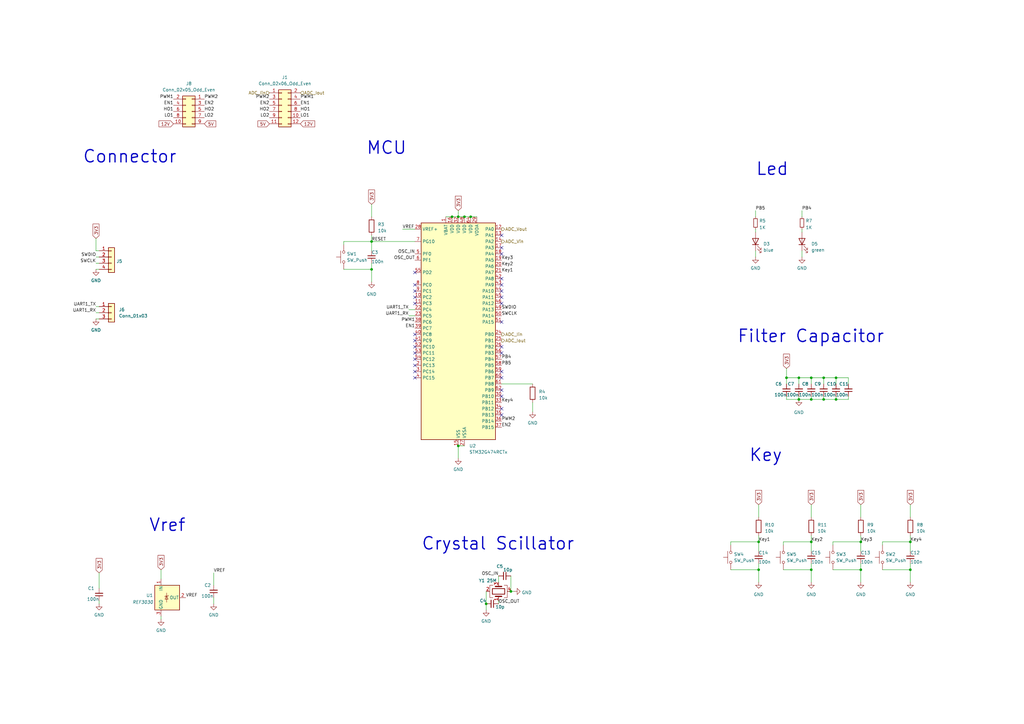
<source format=kicad_sch>
(kicad_sch (version 20231120) (generator "eeschema") (generator_version "8.0")
  (paper "A3")
  (lib_symbols
    (symbol "Connector_Generic:Conn_01x03" (pin_names (offset 1.016) hide)
      (property "Reference" "J" (at 0 5.08 0))
      (property "Value" "Conn_01x03" (at 0 -5.08 0))
      (symbol "Conn_01x03_1_1"
        (rectangle (start -1.27 -2.413) (end 0 -2.667) (stroke (width 0.1524)))
        (rectangle (start -1.27 0.127) (end 0 -0.127) (stroke (width 0.1524)))
        (rectangle (start -1.27 2.667) (end 0 2.413) (stroke (width 0.1524)))
        (rectangle (start -1.27 3.81) (end 1.27 -3.81) (stroke (width 0.254)) (fill (type background)))
        (pin passive line (at -5.08 2.54 0) (length 3.81) (name "Pin_1") (number "1"))
        (pin passive line (at -5.08 0 0) (length 3.81) (name "Pin_2") (number "2"))
        (pin passive line (at -5.08 -2.54 0) (length 3.81) (name "Pin_3") (number "3"))
      )
    )
    (symbol "Connector_Generic:Conn_01x04" (pin_names (offset 1.016) hide)
      (property "Reference" "J" (at 0 5.08 0))
      (property "Value" "Conn_01x04" (at 0 -7.62 0))
      (symbol "Conn_01x04_1_1"
        (rectangle (start -1.27 -4.953) (end 0 -5.207) (stroke (width 0.1524)))
        (rectangle (start -1.27 -2.413) (end 0 -2.667) (stroke (width 0.1524)))
        (rectangle (start -1.27 0.127) (end 0 -0.127) (stroke (width 0.1524)))
        (rectangle (start -1.27 2.667) (end 0 2.413) (stroke (width 0.1524)))
        (rectangle (start -1.27 3.81) (end 1.27 -6.35) (stroke (width 0.254)) (fill (type background)))
        (pin passive line (at -5.08 2.54 0) (length 3.81) (name "Pin_1") (number "1"))
        (pin passive line (at -5.08 0 0) (length 3.81) (name "Pin_2") (number "2"))
        (pin passive line (at -5.08 -2.54 0) (length 3.81) (name "Pin_3") (number "3"))
        (pin passive line (at -5.08 -5.08 0) (length 3.81) (name "Pin_4") (number "4"))
      )
    )
    (symbol "Connector_Generic:Conn_02x05_Odd_Even" (pin_names (offset 1.016) hide)
      (property "Reference" "J" (at 1.27 7.62 0))
      (property "Value" "Conn_02x05_Odd_Even" (at 1.27 -7.62 0))
      (symbol "Conn_02x05_Odd_Even_1_1"
        (rectangle (start -1.27 -4.953) (end 0 -5.207) (stroke (width 0.1524)))
        (rectangle (start -1.27 -2.413) (end 0 -2.667) (stroke (width 0.1524)))
        (rectangle (start -1.27 0.127) (end 0 -0.127) (stroke (width 0.1524)))
        (rectangle (start -1.27 2.667) (end 0 2.413) (stroke (width 0.1524)))
        (rectangle (start -1.27 5.207) (end 0 4.953) (stroke (width 0.1524)))
        (rectangle (start -1.27 6.35) (end 3.81 -6.35) (stroke (width 0.254)) (fill (type background)))
        (rectangle (start 3.81 -4.953) (end 2.54 -5.207) (stroke (width 0.1524)))
        (rectangle (start 3.81 -2.413) (end 2.54 -2.667) (stroke (width 0.1524)))
        (rectangle (start 3.81 0.127) (end 2.54 -0.127) (stroke (width 0.1524)))
        (rectangle (start 3.81 2.667) (end 2.54 2.413) (stroke (width 0.1524)))
        (rectangle (start 3.81 5.207) (end 2.54 4.953) (stroke (width 0.1524)))
        (pin passive line (at -5.08 5.08 0) (length 3.81) (name "Pin_1") (number "1"))
        (pin passive line (at 7.62 -5.08 180) (length 3.81) (name "Pin_10") (number "10"))
        (pin passive line (at 7.62 5.08 180) (length 3.81) (name "Pin_2") (number "2"))
        (pin passive line (at -5.08 2.54 0) (length 3.81) (name "Pin_3") (number "3"))
        (pin passive line (at 7.62 2.54 180) (length 3.81) (name "Pin_4") (number "4"))
        (pin passive line (at -5.08 0 0) (length 3.81) (name "Pin_5") (number "5"))
        (pin passive line (at 7.62 0 180) (length 3.81) (name "Pin_6") (number "6"))
        (pin passive line (at -5.08 -2.54 0) (length 3.81) (name "Pin_7") (number "7"))
        (pin passive line (at 7.62 -2.54 180) (length 3.81) (name "Pin_8") (number "8"))
        (pin passive line (at -5.08 -5.08 0) (length 3.81) (name "Pin_9") (number "9"))
      )
    )
    (symbol "Connector_Generic:Conn_02x06_Odd_Even" (pin_names (offset 1.016) hide)
      (property "Reference" "J" (at 1.27 7.62 0))
      (property "Value" "Conn_02x06_Odd_Even" (at 1.27 -10.16 0))
      (symbol "Conn_02x06_Odd_Even_1_1"
        (rectangle (start -1.27 -7.493) (end 0 -7.747) (stroke (width 0.1524)))
        (rectangle (start -1.27 -4.953) (end 0 -5.207) (stroke (width 0.1524)))
        (rectangle (start -1.27 -2.413) (end 0 -2.667) (stroke (width 0.1524)))
        (rectangle (start -1.27 0.127) (end 0 -0.127) (stroke (width 0.1524)))
        (rectangle (start -1.27 2.667) (end 0 2.413) (stroke (width 0.1524)))
        (rectangle (start -1.27 5.207) (end 0 4.953) (stroke (width 0.1524)))
        (rectangle (start -1.27 6.35) (end 3.81 -8.89) (stroke (width 0.254)) (fill (type background)))
        (rectangle (start 3.81 -7.493) (end 2.54 -7.747) (stroke (width 0.1524)))
        (rectangle (start 3.81 -4.953) (end 2.54 -5.207) (stroke (width 0.1524)))
        (rectangle (start 3.81 -2.413) (end 2.54 -2.667) (stroke (width 0.1524)))
        (rectangle (start 3.81 0.127) (end 2.54 -0.127) (stroke (width 0.1524)))
        (rectangle (start 3.81 2.667) (end 2.54 2.413) (stroke (width 0.1524)))
        (rectangle (start 3.81 5.207) (end 2.54 4.953) (stroke (width 0.1524)))
        (pin passive line (at -5.08 5.08 0) (length 3.81) (name "Pin_1") (number "1"))
        (pin passive line (at 7.62 -5.08 180) (length 3.81) (name "Pin_10") (number "10"))
        (pin passive line (at -5.08 -7.62 0) (length 3.81) (name "Pin_11") (number "11"))
        (pin passive line (at 7.62 -7.62 180) (length 3.81) (name "Pin_12") (number "12"))
        (pin passive line (at 7.62 5.08 180) (length 3.81) (name "Pin_2") (number "2"))
        (pin passive line (at -5.08 2.54 0) (length 3.81) (name "Pin_3") (number "3"))
        (pin passive line (at 7.62 2.54 180) (length 3.81) (name "Pin_4") (number "4"))
        (pin passive line (at -5.08 0 0) (length 3.81) (name "Pin_5") (number "5"))
        (pin passive line (at 7.62 0 180) (length 3.81) (name "Pin_6") (number "6"))
        (pin passive line (at -5.08 -2.54 0) (length 3.81) (name "Pin_7") (number "7"))
        (pin passive line (at 7.62 -2.54 180) (length 3.81) (name "Pin_8") (number "8"))
        (pin passive line (at -5.08 -5.08 0) (length 3.81) (name "Pin_9") (number "9"))
      )
    )
    (symbol "Device:C_Small" (pin_numbers hide) (pin_names (offset 0.254) hide)
      (property "Reference" "C" (at 0.254 1.778 0))
      (property "Value" "C_Small" (at 0.254 -2.032 0))
      (symbol "C_Small_0_1"
        (polyline (pts (xy -1.524 -0.508) (xy 1.524 -0.508)) (stroke (width 0.3302)))
        (polyline (pts (xy -1.524 0.508) (xy 1.524 0.508)) (stroke (width 0.3048)))
      )
      (symbol "C_Small_1_1"
        (pin passive line (at 0 2.54 270) (length 2.032) (name "~") (number "1"))
        (pin passive line (at 0 -2.54 90) (length 2.032) (name "~") (number "2"))
      )
    )
    (symbol "Device:Crystal_GND24" (pin_names (offset 1.016) hide)
      (property "Reference" "Y" (at 3.175 5.08 0))
      (property "Value" "Crystal_GND24" (at 3.175 3.175 0))
      (symbol "Crystal_GND24_0_1"
        (rectangle (start -1.143 2.54) (end 1.143 -2.54) (stroke (width 0.3048)))
        (polyline (pts (xy -2.54 0) (xy -2.032 0)))
        (polyline (pts (xy -2.032 -1.27) (xy -2.032 1.27)) (stroke (width 0.508)))
        (polyline (pts (xy 0 -3.81) (xy 0 -3.556)))
        (polyline (pts (xy 0 3.556) (xy 0 3.81)))
        (polyline (pts (xy 2.032 -1.27) (xy 2.032 1.27)) (stroke (width 0.508)))
        (polyline (pts (xy 2.032 0) (xy 2.54 0)))
        (polyline (pts (xy -2.54 -2.286) (xy -2.54 -3.556) (xy 2.54 -3.556) (xy 2.54 -2.286)))
        (polyline (pts (xy -2.54 2.286) (xy -2.54 3.556) (xy 2.54 3.556) (xy 2.54 2.286)))
      )
      (symbol "Crystal_GND24_1_1"
        (pin passive line (at -3.81 0 0) (length 1.27) (name "1") (number "1"))
        (pin passive line (at 0 5.08 270) (length 1.27) (name "2") (number "2"))
        (pin passive line (at 3.81 0 180) (length 1.27) (name "3") (number "3"))
        (pin passive line (at 0 -5.08 90) (length 1.27) (name "4") (number "4"))
      )
    )
    (symbol "Device:LED" (pin_numbers hide) (pin_names (offset 1.016) hide)
      (property "Reference" "D" (at 0 2.54 0))
      (property "Value" "LED" (at 0 -2.54 0))
      (symbol "LED_0_1"
        (polyline (pts (xy -1.27 -1.27) (xy -1.27 1.27)) (stroke (width 0.254)))
        (polyline (pts (xy -1.27 0) (xy 1.27 0)))
        (polyline (pts (xy 1.27 -1.27) (xy 1.27 1.27) (xy -1.27 0) (xy 1.27 -1.27)) (stroke (width 0.254)))
        (polyline (pts (xy -3.048 -0.762) (xy -4.572 -2.286) (xy -3.81 -2.286) (xy -4.572 -2.286) (xy -4.572 -1.524)))
        (polyline (pts (xy -1.778 -0.762) (xy -3.302 -2.286) (xy -2.54 -2.286) (xy -3.302 -2.286) (xy -3.302 -1.524)))
      )
      (symbol "LED_1_1"
        (pin passive line (at -3.81 0 0) (length 2.54) (name "K") (number "1"))
        (pin passive line (at 3.81 0 180) (length 2.54) (name "A") (number "2"))
      )
    )
    (symbol "Device:R" (pin_numbers hide) (pin_names (offset 0))
      (property "Reference" "R" (at 2.032 0 90))
      (property "Value" "R" (at 0 0 90))
      (symbol "R_0_1"
        (rectangle (start -1.016 -2.54) (end 1.016 2.54) (stroke (width 0.254)))
      )
      (symbol "R_1_1"
        (pin passive line (at 0 3.81 270) (length 1.27) (name "~") (number "1"))
        (pin passive line (at 0 -3.81 90) (length 1.27) (name "~") (number "2"))
      )
    )
    (symbol "Device:R_Small" (pin_numbers hide) (pin_names (offset 0.254) hide)
      (property "Reference" "R" (at 0.762 0.508 0))
      (property "Value" "R_Small" (at 0.762 -1.016 0))
      (symbol "R_Small_0_1"
        (rectangle (start -0.762 1.778) (end 0.762 -1.778) (stroke (width 0.2032)))
      )
      (symbol "R_Small_1_1"
        (pin passive line (at 0 2.54 270) (length 0.762) (name "~") (number "1"))
        (pin passive line (at 0 -2.54 90) (length 0.762) (name "~") (number "2"))
      )
    )
    (symbol "MCU_ST_STM32G4:STM32G474RCTx"
      (property "Reference" "U" (at -15.24 46.99 0))
      (property "Value" "STM32G474RCTx" (at 10.16 46.99 0))
      (symbol "STM32G474RCTx_0_1"
        (rectangle (start -15.24 -43.18) (end 15.24 45.72) (stroke (width 0.254)) (fill (type background)))
      )
      (symbol "STM32G474RCTx_1_1"
        (pin power_in line (at -5.08 48.26 270) (length 2.54) (name "VBAT") (number "1"))
        (pin bidirectional line (at -17.78 15.24 0) (length 2.54) (name "PC2") (number "10"))
        (pin bidirectional line (at -17.78 12.7 0) (length 2.54) (name "PC3") (number "11"))
        (pin bidirectional line (at 17.78 43.18 180) (length 2.54) (name "PA0") (number "12"))
        (pin bidirectional line (at 17.78 40.64 180) (length 2.54) (name "PA1") (number "13"))
        (pin bidirectional line (at 17.78 38.1 180) (length 2.54) (name "PA2") (number "14"))
        (pin power_in line (at 0 -45.72 90) (length 2.54) (name "VSS") (number "15"))
        (pin power_in line (at -2.54 48.26 270) (length 2.54) (name "VDD") (number "16"))
        (pin bidirectional line (at 17.78 35.56 180) (length 2.54) (name "PA3") (number "17"))
        (pin bidirectional line (at 17.78 33.02 180) (length 2.54) (name "PA4") (number "18"))
        (pin bidirectional line (at 17.78 30.48 180) (length 2.54) (name "PA5") (number "19"))
        (pin bidirectional line (at -17.78 -12.7 0) (length 2.54) (name "PC13") (number "2"))
        (pin bidirectional line (at 17.78 27.94 180) (length 2.54) (name "PA6") (number "20"))
        (pin bidirectional line (at 17.78 25.4 180) (length 2.54) (name "PA7") (number "21"))
        (pin bidirectional line (at -17.78 10.16 0) (length 2.54) (name "PC4") (number "22"))
        (pin bidirectional line (at -17.78 7.62 0) (length 2.54) (name "PC5") (number "23"))
        (pin bidirectional line (at 17.78 0 180) (length 2.54) (name "PB0") (number "24"))
        (pin bidirectional line (at 17.78 -2.54 180) (length 2.54) (name "PB1") (number "25"))
        (pin bidirectional line (at 17.78 -5.08 180) (length 2.54) (name "PB2") (number "26"))
        (pin power_in line (at 2.54 -45.72 90) (length 2.54) (name "VSSA") (number "27"))
        (pin input line (at -17.78 43.18 0) (length 2.54) (name "VREF+") (number "28"))
        (pin power_in line (at 7.62 48.26 270) (length 2.54) (name "VDDA") (number "29"))
        (pin bidirectional line (at -17.78 -15.24 0) (length 2.54) (name "PC14") (number "3"))
        (pin bidirectional line (at 17.78 -25.4 180) (length 2.54) (name "PB10") (number "30"))
        (pin passive line (at 0 -45.72 90) (length 2.54) hide (name "VSS") (number "31"))
        (pin power_in line (at 0 48.26 270) (length 2.54) (name "VDD") (number "32"))
        (pin bidirectional line (at 17.78 -27.94 180) (length 2.54) (name "PB11") (number "33"))
        (pin bidirectional line (at 17.78 -30.48 180) (length 2.54) (name "PB12") (number "34"))
        (pin bidirectional line (at 17.78 -33.02 180) (length 2.54) (name "PB13") (number "35"))
        (pin bidirectional line (at 17.78 -35.56 180) (length 2.54) (name "PB14") (number "36"))
        (pin bidirectional line (at 17.78 -38.1 180) (length 2.54) (name "PB15") (number "37"))
        (pin bidirectional line (at -17.78 5.08 0) (length 2.54) (name "PC6") (number "38"))
        (pin bidirectional line (at -17.78 2.54 0) (length 2.54) (name "PC7") (number "39"))
        (pin bidirectional line (at -17.78 -17.78 0) (length 2.54) (name "PC15") (number "4"))
        (pin bidirectional line (at -17.78 0 0) (length 2.54) (name "PC8") (number "40"))
        (pin bidirectional line (at -17.78 -2.54 0) (length 2.54) (name "PC9") (number "41"))
        (pin bidirectional line (at 17.78 22.86 180) (length 2.54) (name "PA8") (number "42"))
        (pin bidirectional line (at 17.78 20.32 180) (length 2.54) (name "PA9") (number "43"))
        (pin bidirectional line (at 17.78 17.78 180) (length 2.54) (name "PA10") (number "44"))
        (pin bidirectional line (at 17.78 15.24 180) (length 2.54) (name "PA11") (number "45"))
        (pin bidirectional line (at 17.78 12.7 180) (length 2.54) (name "PA12") (number "46"))
        (pin passive line (at 0 -45.72 90) (length 2.54) hide (name "VSS") (number "47"))
        (pin power_in line (at 2.54 48.26 270) (length 2.54) (name "VDD") (number "48"))
        (pin bidirectional line (at 17.78 10.16 180) (length 2.54) (name "PA13") (number "49"))
        (pin bidirectional line (at -17.78 33.02 0) (length 2.54) (name "PF0") (number "5"))
        (pin bidirectional line (at 17.78 7.62 180) (length 2.54) (name "PA14") (number "50"))
        (pin bidirectional line (at 17.78 5.08 180) (length 2.54) (name "PA15") (number "51"))
        (pin bidirectional line (at -17.78 -5.08 0) (length 2.54) (name "PC10") (number "52"))
        (pin bidirectional line (at -17.78 -7.62 0) (length 2.54) (name "PC11") (number "53"))
        (pin bidirectional line (at -17.78 -10.16 0) (length 2.54) (name "PC12") (number "54"))
        (pin bidirectional line (at -17.78 25.4 0) (length 2.54) (name "PD2") (number "55"))
        (pin bidirectional line (at 17.78 -7.62 180) (length 2.54) (name "PB3") (number "56"))
        (pin bidirectional line (at 17.78 -10.16 180) (length 2.54) (name "PB4") (number "57"))
        (pin bidirectional line (at 17.78 -12.7 180) (length 2.54) (name "PB5") (number "58"))
        (pin bidirectional line (at 17.78 -15.24 180) (length 2.54) (name "PB6") (number "59"))
        (pin bidirectional line (at -17.78 30.48 0) (length 2.54) (name "PF1") (number "6"))
        (pin bidirectional line (at 17.78 -17.78 180) (length 2.54) (name "PB7") (number "60"))
        (pin bidirectional line (at 17.78 -20.32 180) (length 2.54) (name "PB8") (number "61"))
        (pin bidirectional line (at 17.78 -22.86 180) (length 2.54) (name "PB9") (number "62"))
        (pin passive line (at 0 -45.72 90) (length 2.54) hide (name "VSS") (number "63"))
        (pin power_in line (at 5.08 48.26 270) (length 2.54) (name "VDD") (number "64"))
        (pin bidirectional line (at -17.78 38.1 0) (length 2.54) (name "PG10") (number "7"))
        (pin bidirectional line (at -17.78 20.32 0) (length 2.54) (name "PC0") (number "8"))
        (pin bidirectional line (at -17.78 17.78 0) (length 2.54) (name "PC1") (number "9"))
      )
    )
    (symbol "Power:GND" (power) (pin_names (offset 0))
      (property "Value" "GND" (at 0 -3.81 0))
      (symbol "GND_0_1"
        (polyline (pts (xy 0 0) (xy 0 -1.27) (xy 1.27 -1.27) (xy 0 -2.54) (xy -1.27 -1.27) (xy 0 -1.27)))
      )
      (symbol "GND_1_1"
        (pin power_in line (at 0 0 270) (length 0) hide (name "GND") (number "1"))
      )
    )
    (symbol "Reference_Voltage:REF3030" (pin_names (offset 0.254))
      (property "Reference" "U" (at 0 6.35 0))
      (property "Value" "REF3030" (at 2.54 -6.35 0))
      (symbol "REF3030_0_1"
        (rectangle (start -5.08 5.08) (end 5.08 -5.08) (stroke (width 0.254)) (fill (type background)))
        (polyline (pts (xy -0.254 1.905) (xy -0.254 -1.905)))
        (polyline (pts (xy -0.889 -0.635) (xy 0.381 -0.635) (xy -0.254 0.635) (xy -0.889 -0.635)))
        (polyline (pts (xy 0.381 1.016) (xy 0.381 0.635) (xy -0.889 0.635) (xy -0.889 0.254)))
      )
      (symbol "REF3030_1_1"
        (pin power_in line (at -2.54 7.62 270) (length 2.54) (name "IN") (number "1"))
        (pin power_out line (at 7.62 0 180) (length 2.54) (name "OUT") (number "2"))
        (pin power_in line (at -2.54 -7.62 90) (length 2.54) (name "GND") (number "3"))
      )
    )
    (symbol "Switch:SW_Push" (pin_numbers hide) (pin_names (offset 1.016) hide)
      (property "Reference" "SW" (at 1.27 2.54 0))
      (property "Value" "SW_Push" (at 0 -1.524 0))
      (symbol "SW_Push_0_1"
        (circle (center -2.032 0) (radius 0.508))
        (polyline (pts (xy 0 1.27) (xy 0 3.048)))
        (polyline (pts (xy 2.54 1.27) (xy -2.54 1.27)))
        (circle (center 2.032 0) (radius 0.508))
        (pin passive line (at -5.08 0 0) (length 2.54) (name "1") (number "1"))
        (pin passive line (at 5.08 0 180) (length 2.54) (name "2") (number "2"))
      )
    )
    (symbol "power:GND" (power) (pin_names (offset 0))
      (property "Value" "GND" (at 0 -3.81 0))
      (symbol "GND_0_1"
        (polyline (pts (xy 0 0) (xy 0 -1.27) (xy 1.27 -1.27) (xy 0 -2.54) (xy -1.27 -1.27) (xy 0 -1.27)))
      )
      (symbol "GND_1_1"
        (pin power_in line (at 0 0 270) (length 0) hide (name "GND") (number "1"))
      )
    )
  )
  (junction (at 199.39 247.65))
  (junction (at 322.58 154.94))
  (junction (at 185.42 88.9))
  (junction (at 311.15 222.25))
  (junction (at 342.9 163.83))
  (junction (at 152.4 110.49))
  (junction (at 327.66 163.83))
  (junction (at 353.06 222.25))
  (junction (at 373.38 233.68))
  (junction (at 187.96 182.88))
  (junction (at 332.74 233.68))
  (junction (at 190.5 88.9))
  (junction (at 353.06 233.68))
  (junction (at 332.74 154.94))
  (junction (at 337.82 154.94))
  (junction (at 327.66 154.94))
  (junction (at 311.15 233.68))
  (junction (at 332.74 222.25))
  (junction (at 337.82 163.83))
  (junction (at 187.96 88.9))
  (junction (at 373.38 222.25))
  (junction (at 342.9 154.94))
  (junction (at 332.74 163.83))
  (junction (at 152.4 99.06))
  (junction (at 209.55 242.57))
  (junction (at 193.04 88.9))
  (no_connect (at 205.74 132.08))
  (no_connect (at 205.74 96.52))
  (no_connect (at 170.18 124.46))
  (no_connect (at 205.74 101.6))
  (no_connect (at 170.18 147.32))
  (no_connect (at 205.74 104.14))
  (no_connect (at 170.18 116.84))
  (no_connect (at 170.18 144.78))
  (no_connect (at 170.18 111.76))
  (no_connect (at 205.74 119.38))
  (no_connect (at 205.74 154.94))
  (no_connect (at 170.18 119.38))
  (no_connect (at 205.74 160.02))
  (no_connect (at 170.18 149.86))
  (no_connect (at 205.74 121.92))
  (no_connect (at 205.74 116.84))
  (no_connect (at 170.18 154.94))
  (no_connect (at 170.18 139.7))
  (no_connect (at 205.74 167.64))
  (no_connect (at 170.18 137.16))
  (no_connect (at 205.74 144.78))
  (no_connect (at 205.74 162.56))
  (no_connect (at 205.74 152.4))
  (no_connect (at 170.18 152.4))
  (no_connect (at 205.74 170.18))
  (no_connect (at 205.74 124.46))
  (no_connect (at 170.18 142.24))
  (no_connect (at 205.74 142.24))
  (no_connect (at 170.18 121.92))
  (no_connect (at 205.74 114.3))
  (wire (pts (xy 373.38 231.14) (xy 373.38 233.68)))
  (wire (pts (xy 39.37 130.81) (xy 40.64 130.81)))
  (wire (pts (xy 199.39 242.57) (xy 199.39 247.65)))
  (wire (pts (xy 66.04 233.68) (xy 66.04 237.49)))
  (wire (pts (xy 39.37 97.79) (xy 39.37 102.87)))
  (wire (pts (xy 353.06 219.71) (xy 353.06 222.25)))
  (wire (pts (xy 361.95 233.68) (xy 373.38 233.68)))
  (wire (pts (xy 353.06 222.25) (xy 353.06 226.06)))
  (wire (pts (xy 332.74 207.01) (xy 332.74 212.09)))
  (wire (pts (xy 327.66 154.94) (xy 327.66 157.48)))
  (wire (pts (xy 190.5 182.88) (xy 187.96 182.88)))
  (wire (pts (xy 140.97 110.49) (xy 152.4 110.49)))
  (wire (pts (xy 327.66 163.83) (xy 332.74 163.83)))
  (wire (pts (xy 204.47 236.22) (xy 204.47 238.76)))
  (wire (pts (xy 39.37 107.95) (xy 40.64 107.95)))
  (wire (pts (xy 152.4 110.49) (xy 152.4 115.57)))
  (wire (pts (xy 299.72 222.25) (xy 311.15 222.25)))
  (wire (pts (xy 152.4 99.06) (xy 170.18 99.06)))
  (wire (pts (xy 152.4 83.82) (xy 152.4 88.9)))
  (wire (pts (xy 347.98 162.56) (xy 347.98 163.83)))
  (wire (pts (xy 353.06 233.68) (xy 353.06 238.76)))
  (wire (pts (xy 353.06 207.01) (xy 353.06 212.09)))
  (wire (pts (xy 341.63 222.25) (xy 353.06 222.25)))
  (wire (pts (xy 40.64 246.38) (xy 40.64 247.65)))
  (wire (pts (xy 299.72 223.52) (xy 299.72 222.25)))
  (wire (pts (xy 321.31 222.25) (xy 332.74 222.25)))
  (wire (pts (xy 311.15 207.01) (xy 311.15 212.09)))
  (wire (pts (xy 328.93 93.98) (xy 328.93 95.25)))
  (wire (pts (xy 327.66 154.94) (xy 332.74 154.94)))
  (wire (pts (xy 204.47 246.38) (xy 204.47 247.65)))
  (wire (pts (xy 322.58 151.13) (xy 322.58 154.94)))
  (wire (pts (xy 190.5 88.9) (xy 193.04 88.9)))
  (wire (pts (xy 332.74 231.14) (xy 332.74 233.68)))
  (wire (pts (xy 167.64 127) (xy 170.18 127)))
  (wire (pts (xy 87.63 234.95) (xy 87.63 240.03)))
  (wire (pts (xy 187.96 86.36) (xy 187.96 88.9)))
  (wire (pts (xy 165.1 93.98) (xy 170.18 93.98)))
  (wire (pts (xy 209.55 236.22) (xy 209.55 242.57)))
  (wire (pts (xy 342.9 162.56) (xy 342.9 163.83)))
  (wire (pts (xy 182.88 88.9) (xy 185.42 88.9)))
  (wire (pts (xy 311.15 231.14) (xy 311.15 233.68)))
  (wire (pts (xy 205.74 157.48) (xy 218.44 157.48)))
  (wire (pts (xy 373.38 219.71) (xy 373.38 222.25)))
  (wire (pts (xy 39.37 105.41) (xy 40.64 105.41)))
  (wire (pts (xy 39.37 102.87) (xy 40.64 102.87)))
  (wire (pts (xy 152.4 107.95) (xy 152.4 110.49)))
  (wire (pts (xy 327.66 162.56) (xy 327.66 163.83)))
  (wire (pts (xy 152.4 99.06) (xy 152.4 102.87)))
  (wire (pts (xy 39.37 110.49) (xy 40.64 110.49)))
  (wire (pts (xy 332.74 222.25) (xy 332.74 226.06)))
  (wire (pts (xy 342.9 163.83) (xy 347.98 163.83)))
  (wire (pts (xy 361.95 222.25) (xy 373.38 222.25)))
  (wire (pts (xy 311.15 219.71) (xy 311.15 222.25)))
  (wire (pts (xy 140.97 99.06) (xy 152.4 99.06)))
  (wire (pts (xy 353.06 231.14) (xy 353.06 233.68)))
  (wire (pts (xy 299.72 233.68) (xy 311.15 233.68)))
  (wire (pts (xy 328.93 86.36) (xy 328.93 88.9)))
  (wire (pts (xy 39.37 128.27) (xy 40.64 128.27)))
  (wire (pts (xy 337.82 163.83) (xy 342.9 163.83)))
  (wire (pts (xy 322.58 154.94) (xy 322.58 157.48)))
  (wire (pts (xy 361.95 223.52) (xy 361.95 222.25)))
  (wire (pts (xy 309.88 86.36) (xy 309.88 88.9)))
  (wire (pts (xy 322.58 162.56) (xy 322.58 163.83)))
  (wire (pts (xy 152.4 96.52) (xy 152.4 99.06)))
  (wire (pts (xy 311.15 222.25) (xy 311.15 226.06)))
  (wire (pts (xy 337.82 154.94) (xy 337.82 157.48)))
  (wire (pts (xy 322.58 154.94) (xy 327.66 154.94)))
  (wire (pts (xy 218.44 165.1) (xy 218.44 168.91)))
  (wire (pts (xy 373.38 222.25) (xy 373.38 226.06)))
  (wire (pts (xy 309.88 93.98) (xy 309.88 95.25)))
  (wire (pts (xy 342.9 154.94) (xy 347.98 154.94)))
  (wire (pts (xy 309.88 102.87) (xy 309.88 105.41)))
  (wire (pts (xy 193.04 88.9) (xy 195.58 88.9)))
  (wire (pts (xy 321.31 223.52) (xy 321.31 222.25)))
  (wire (pts (xy 342.9 154.94) (xy 342.9 157.48)))
  (wire (pts (xy 332.74 219.71) (xy 332.74 222.25)))
  (wire (pts (xy 311.15 233.68) (xy 311.15 238.76)))
  (wire (pts (xy 322.58 163.83) (xy 327.66 163.83)))
  (wire (pts (xy 187.96 88.9) (xy 190.5 88.9)))
  (wire (pts (xy 167.64 129.54) (xy 170.18 129.54)))
  (wire (pts (xy 332.74 162.56) (xy 332.74 163.83)))
  (wire (pts (xy 332.74 233.68) (xy 332.74 238.76)))
  (wire (pts (xy 199.39 247.65) (xy 199.39 250.19)))
  (wire (pts (xy 337.82 162.56) (xy 337.82 163.83)))
  (wire (pts (xy 332.74 163.83) (xy 337.82 163.83)))
  (wire (pts (xy 40.64 234.95) (xy 40.64 241.3)))
  (wire (pts (xy 337.82 154.94) (xy 342.9 154.94)))
  (wire (pts (xy 66.04 252.73) (xy 66.04 254)))
  (wire (pts (xy 341.63 233.68) (xy 353.06 233.68)))
  (wire (pts (xy 373.38 207.01) (xy 373.38 212.09)))
  (wire (pts (xy 321.31 233.68) (xy 332.74 233.68)))
  (wire (pts (xy 328.93 102.87) (xy 328.93 105.41)))
  (wire (pts (xy 87.63 245.11) (xy 87.63 247.65)))
  (wire (pts (xy 185.42 88.9) (xy 187.96 88.9)))
  (wire (pts (xy 347.98 154.94) (xy 347.98 157.48)))
  (wire (pts (xy 187.96 182.88) (xy 187.96 187.96)))
  (wire (pts (xy 332.74 154.94) (xy 337.82 154.94)))
  (wire (pts (xy 373.38 233.68) (xy 373.38 238.76)))
  (wire (pts (xy 209.55 242.57) (xy 210.82 242.57)))
  (wire (pts (xy 332.74 154.94) (xy 332.74 157.48)))
  (wire (pts (xy 341.63 223.52) (xy 341.63 222.25)))
  (wire (pts (xy 39.37 125.73) (xy 40.64 125.73)))
  (wire (pts (xy 140.97 100.33) (xy 140.97 99.06)))
  (text "Connector" (at 33.782 67.31 0) (effects (font (size 5.08 5.08) (thickness 0.508) (bold yes)) (justify left bottom)))
  (text "Led" (at 309.88 72.39 0) (effects (font (size 5.08 5.08) (thickness 0.508) (bold yes)) (justify left bottom)))
  (text "Vref\n" (at 60.96 218.44 0) (effects (font (size 5.08 5.08) (thickness 0.508) (bold yes)) (justify left bottom)))
  (text "Crystal Scillator" (at 172.72 226.06 0) (effects (font (size 5.08 5.08) (thickness 0.508) (bold yes)) (justify left bottom)))
  (text "MCU" (at 150.114 63.754 0) (effects (font (size 5.08 5.08) (thickness 0.508) (bold yes)) (justify left bottom)))
  (text "Filter Capacitor" (at 302.26 140.97 0) (effects (font (size 5.08 5.08) (thickness 0.508) (bold yes)) (justify left bottom)))
  (text "Key" (at 307.086 189.738 0) (effects (font (size 5.08 5.08) (thickness 0.508) (bold yes)) (justify left bottom)))
  (label "PWM1" (at 71.12 40.64 180))
  (label "PWM1" (at 123.19 40.64 0))
  (label "HO1" (at 123.19 45.72 0))
  (label "UART1_TX" (at 167.64 127 180))
  (label "Key4" (at 205.74 165.1 0))
  (label "OSC_OUT" (at 204.47 247.65 0))
  (label "VREF" (at 87.63 234.95 0))
  (label "Key4" (at 373.38 222.25 0))
  (label "PB4" (at 328.93 86.36 0))
  (label "EN1" (at 71.12 43.18 180))
  (label "EN2" (at 83.82 43.18 0))
  (label "LO2" (at 83.82 48.26 0))
  (label "PB4" (at 205.74 147.32 0))
  (label "LO1" (at 71.12 48.26 180))
  (label "PWM2" (at 83.82 40.64 0))
  (label "HO1" (at 71.12 45.72 180))
  (label "Key2" (at 205.74 109.22 0))
  (label "Key1" (at 205.74 111.76 0))
  (label "EN1" (at 170.18 134.62 180))
  (label "OSC_OUT" (at 170.18 106.68 180))
  (label "VREF" (at 165.1 93.98 0))
  (label "VREF" (at 76.2 245.11 0))
  (label "PWM2" (at 110.49 40.64 180))
  (label "LO1" (at 123.19 48.26 0))
  (label "PB5" (at 205.74 149.86 0))
  (label "Key3" (at 353.06 222.25 0))
  (label "HO2" (at 110.49 45.72 180))
  (label "SWCLK" (at 205.74 129.54 0))
  (label "UART1_TX" (at 39.37 125.73 180))
  (label "PWM1" (at 170.18 132.08 180))
  (label "SWDIO" (at 205.74 127 0))
  (label "SWDIO" (at 39.37 105.41 180))
  (label "Key2" (at 332.74 222.25 0))
  (label "PWM2" (at 205.74 172.72 0))
  (label "OSC_IN" (at 204.47 236.22 180))
  (label "PB5" (at 309.88 86.36 0))
  (label "EN2" (at 205.74 175.26 0))
  (label "Key3" (at 205.74 106.68 0))
  (label "LO2" (at 110.49 48.26 180))
  (label "UART1_RX" (at 167.64 129.54 180))
  (label "SWCLK" (at 39.37 107.95 180))
  (label "Key1" (at 311.15 222.25 0))
  (label "EN2" (at 110.49 43.18 180))
  (label "RESET" (at 152.4 99.06 0))
  (label "EN1" (at 123.19 43.18 0))
  (label "HO2" (at 83.82 45.72 0))
  (label "OSC_IN" (at 170.18 104.14 180))
  (label "UART1_RX" (at 39.37 128.27 180))
  (global_label "12V" (shape input) (at 71.12 50.8 180) (property "Intersheetrefs" "${INTERSHEET_REFS}" (effects (hide yes))))
  (global_label "3V3" (shape input) (at 373.38 207.01 90) (property "Intersheetrefs" "${INTERSHEET_REFS}" (effects (hide yes))))
  (global_label "3V3" (shape input) (at 332.74 207.01 90) (property "Intersheetrefs" "${INTERSHEET_REFS}" (effects (hide yes))))
  (global_label "3V3" (shape input) (at 152.4 83.82 90) (property "Intersheetrefs" "${INTERSHEET_REFS}" (effects (hide yes))))
  (global_label "3V3" (shape input) (at 353.06 207.01 90) (property "Intersheetrefs" "${INTERSHEET_REFS}" (effects (hide yes))))
  (global_label "3V3" (shape input) (at 66.04 233.68 90) (property "Intersheetrefs" "${INTERSHEET_REFS}" (effects (hide yes))))
  (global_label "3V3" (shape input) (at 322.58 151.13 90) (property "Intersheetrefs" "${INTERSHEET_REFS}" (effects (hide yes))))
  (global_label "3V3" (shape input) (at 311.15 207.01 90) (property "Intersheetrefs" "${INTERSHEET_REFS}" (effects (hide yes))))
  (global_label "3V3" (shape input) (at 187.96 86.36 90) (property "Intersheetrefs" "${INTERSHEET_REFS}" (effects (hide yes))))
  (global_label "5V" (shape input) (at 110.49 50.8 180) (property "Intersheetrefs" "${INTERSHEET_REFS}" (effects (hide yes))))
  (global_label "3V3" (shape input) (at 39.37 97.79 90) (property "Intersheetrefs" "${INTERSHEET_REFS}" (effects (hide yes))))
  (global_label "5V" (shape input) (at 83.82 50.8 0) (property "Intersheetrefs" "${INTERSHEET_REFS}" (effects (hide yes))))
  (global_label "3V3" (shape input) (at 40.64 234.95 90) (property "Intersheetrefs" "${INTERSHEET_REFS}" (effects (hide yes))))
  (global_label "12V" (shape input) (at 123.19 50.8 0) (property "Intersheetrefs" "${INTERSHEET_REFS}" (effects (hide yes))))
  (hierarchical_label "ADC_Vout" (shape output) (at 205.74 93.98 0))
  (hierarchical_label "ADC_Iin" (shape output) (at 205.74 137.16 0))
  (hierarchical_label "ADC_Iout" (shape output) (at 205.74 139.7 0))
  (hierarchical_label "ADC_Vin" (shape output) (at 205.74 99.06 0))
  (hierarchical_label "ADC_Iin" (shape input) (at 110.49 38.1 180))
  (hierarchical_label "ADC_Iout" (shape input) (at 123.19 38.1 0))
  (symbol (lib_id "Power:GND") (at 353.06 238.76 0) (unit 1)
    (property "Reference" "#PWR013" (effects (hide yes)))
    (property "Value" "GND" (at 353.06 243.84 0))
  )
  (symbol (lib_id "Device:R") (at 353.06 215.9 0) (unit 1)
    (property "Reference" "R9" (at 355.6 215.265 0) (effects (justify left)))
    (property "Value" "10k" (at 355.6 217.805 0) (effects (justify left)))
    (property "Footprint" "Resistor_SMD:R_0603_1608Metric_Pad0.98x0.95mm_HandSolder" (effects (hide yes)))
  )
  (symbol (lib_id "Device:R") (at 332.74 215.9 0) (unit 1)
    (property "Reference" "R11" (at 335.28 215.265 0) (effects (justify left)))
    (property "Value" "10k" (at 335.28 217.805 0) (effects (justify left)))
    (property "Footprint" "Resistor_SMD:R_0603_1608Metric_Pad0.98x0.95mm_HandSolder" (effects (hide yes)))
  )
  (symbol (lib_id "Device:R") (at 373.38 215.9 0) (unit 1)
    (property "Reference" "R8" (at 375.92 215.265 0) (effects (justify left)))
    (property "Value" "10k" (at 375.92 217.805 0) (effects (justify left)))
    (property "Footprint" "Resistor_SMD:R_0603_1608Metric_Pad0.98x0.95mm_HandSolder" (effects (hide yes)))
  )
  (symbol (lib_id "Device:Crystal_GND24") (at 204.47 242.57 90) (unit 1)
    (property "Reference" "Y1" (at 197.612 238.125 90))
    (property "Value" "25M" (at 201.676 238.125 90))
    (property "Footprint" "Crystal:Crystal_SMD_3225-4Pin_3.2x2.5mm" (effects (hide yes)))
  )
  (symbol (lib_id "power:GND") (at 328.93 105.41 0) (unit 1)
    (property "Reference" "#PWR023" (effects (hide yes)))
    (property "Value" "GND" (at 328.93 109.9725 0))
  )
  (symbol (lib_id "Device:R") (at 218.44 161.29 0) (unit 1)
    (property "Reference" "R4" (at 220.98 160.655 0) (effects (justify left)))
    (property "Value" "10k" (at 220.98 163.195 0) (effects (justify left)))
    (property "Footprint" "Resistor_SMD:R_0603_1608Metric_Pad0.98x0.95mm_HandSolder" (effects (hide yes)))
  )
  (symbol (lib_id "Device:R_Small") (at 328.93 91.44 0) (unit 1)
    (property "Reference" "R7" (at 330.4286 90.5315 0) (effects (justify left)))
    (property "Value" "1K" (at 330.4286 93.3066 0) (effects (justify left)))
    (property "Footprint" "Resistor_SMD:R_0603_1608Metric_Pad0.98x0.95mm_HandSolder" (effects (hide yes)))
  )
  (symbol (lib_id "Power:GND") (at 373.38 238.76 0) (unit 1)
    (property "Reference" "#PWR012" (effects (hide yes)))
    (property "Value" "GND" (at 373.38 243.84 0))
  )
  (symbol (lib_id "Switch:SW_Push") (at 321.31 228.6 90) (unit 1)
    (property "Reference" "SW5" (at 322.58 227.3299 90) (effects (justify right)))
    (property "Value" "SW_Push" (at 322.58 229.8699 90) (effects (justify right)))
    (property "Footprint" "BuckBoost:SW-SMD_4P-L4.2-W3.3-P2.15-LS5.1" (effects (hide yes)))
    (property "Description" "Push button switch, generic, two pins" (effects (hide yes)))
  )
  (symbol (lib_id "Device:C_Small") (at 337.82 160.02 0) (mirror x) (unit 1)
    (property "Reference" "C9" (at 334.01 157.48 0) (effects (justify left)))
    (property "Value" "100n" (at 332.74 161.925 0) (effects (justify left)))
    (property "Footprint" "Capacitor_SMD:C_0603_1608Metric_Pad1.08x0.95mm_HandSolder" (effects (hide yes)))
  )
  (symbol (lib_id "Device:C_Small") (at 322.58 160.02 0) (mirror x) (unit 1)
    (property "Reference" "C6" (at 320.675 157.48 0) (effects (justify right)))
    (property "Value" "100n" (at 322.58 161.925 0) (effects (justify right)))
    (property "Footprint" "Capacitor_SMD:C_0603_1608Metric_Pad1.08x0.95mm_HandSolder" (effects (hide yes)))
  )
  (symbol (lib_id "power:GND") (at 40.64 247.65 0) (unit 1)
    (property "Reference" "#PWR06" (effects (hide yes)))
    (property "Value" "GND" (at 40.64 252.2125 0))
  )
  (symbol (lib_id "Device:C_Small") (at 332.74 160.02 0) (mirror x) (unit 1)
    (property "Reference" "C8" (at 328.93 157.48 0) (effects (justify left)))
    (property "Value" "100n" (at 327.66 161.925 0) (effects (justify left)))
    (property "Footprint" "Capacitor_SMD:C_0603_1608Metric_Pad1.08x0.95mm_HandSolder" (effects (hide yes)))
  )
  (symbol (lib_id "Device:LED") (at 328.93 99.06 90) (unit 1)
    (property "Reference" "D5" (at 332.74 100.0125 90) (effects (justify right)))
    (property "Value" "green" (at 332.74 102.5525 90) (effects (justify right)))
    (property "Footprint" "LED_SMD:LED_0603_1608Metric_Pad1.05x0.95mm_HandSolder" (effects (hide yes)))
  )
  (symbol (lib_id "Device:R_Small") (at 309.88 91.44 0) (unit 1)
    (property "Reference" "R5" (at 311.3786 90.5315 0) (effects (justify left)))
    (property "Value" "1K" (at 311.3786 93.3066 0) (effects (justify left)))
    (property "Footprint" "Resistor_SMD:R_0603_1608Metric_Pad0.98x0.95mm_HandSolder" (effects (hide yes)))
  )
  (symbol (lib_id "Device:C_Small") (at 327.66 160.02 0) (mirror x) (unit 1)
    (property "Reference" "C7" (at 325.755 157.48 0) (effects (justify right)))
    (property "Value" "100n" (at 327.66 161.925 0) (effects (justify right)))
    (property "Footprint" "Capacitor_SMD:C_0603_1608Metric_Pad1.08x0.95mm_HandSolder" (effects (hide yes)))
  )
  (symbol (lib_id "Connector_Generic:Conn_02x05_Odd_Even") (at 78.74 45.72 0) (mirror y) (unit 1)
    (property "Reference" "J8" (at 77.47 34.29 0))
    (property "Value" "Conn_02x05_Odd_Even" (at 77.47 36.83 0))
    (property "Footprint" "Connector_PinHeader_2.54mm:PinHeader_2x05_P2.54mm_Vertical_SMD" (effects (hide yes)))
    (property "Description" "Generic connector, double row, 02x05, odd/even pin numbering scheme (row 1 odd numbers, row 2 even numbers), script generated (kicad-library-utils/schlib/autogen/connector/)" (effects (hide yes)))
  )
  (symbol (lib_id "power:GND") (at 309.88 105.41 0) (unit 1)
    (property "Reference" "#PWR020" (effects (hide yes)))
    (property "Value" "GND" (at 309.88 109.9725 0))
  )
  (symbol (lib_id "Device:C_Small") (at 207.01 236.22 270) (mirror x) (unit 1)
    (property "Reference" "C5" (at 204.978 232.283 90))
    (property "Value" "10p" (at 208.28 233.68 90))
    (property "Footprint" "Capacitor_SMD:C_0603_1608Metric_Pad1.08x0.95mm_HandSolder" (effects (hide yes)))
  )
  (symbol (lib_id "Device:C_Small") (at 347.98 160.02 0) (mirror x) (unit 1)
    (property "Reference" "C11" (at 344.17 157.48 0) (effects (justify left)))
    (property "Value" "100n" (at 342.9 161.925 0) (effects (justify left)))
    (property "Footprint" "Capacitor_SMD:C_0603_1608Metric_Pad1.08x0.95mm_HandSolder" (effects (hide yes)))
  )
  (symbol (lib_id "power:GND") (at 39.37 110.49 0) (unit 1)
    (property "Reference" "#PWR07" (effects (hide yes)))
    (property "Value" "GND" (at 39.37 115.0525 0))
  )
  (symbol (lib_id "power:GND") (at 218.44 168.91 0) (unit 1)
    (property "Reference" "#PWR019" (effects (hide yes)))
    (property "Value" "GND" (at 218.44 173.4725 0))
  )
  (symbol (lib_id "Device:C_Small") (at 373.38 228.6 0) (mirror x) (unit 1)
    (property "Reference" "C12" (at 373.38 226.695 0) (effects (justify left)))
    (property "Value" "100n" (at 373.38 230.505 0) (effects (justify left)))
    (property "Footprint" "Capacitor_SMD:C_0603_1608Metric_Pad1.08x0.95mm_HandSolder" (effects (hide yes)))
  )
  (symbol (lib_id "power:GND") (at 87.63 247.65 0) (unit 1)
    (property "Reference" "#PWR014" (effects (hide yes)))
    (property "Value" "GND" (at 87.63 252.2125 0))
  )
  (symbol (lib_id "Connector_Generic:Conn_01x03") (at 45.72 128.27 0) (unit 1)
    (property "Reference" "J6" (at 48.768 127 0) (effects (justify left)))
    (property "Value" "Conn_01x03" (at 48.768 129.54 0) (effects (justify left)))
    (property "Footprint" "Connector_JST:JST_GH_SM03B-GHS-TB_1x03-1MP_P1.25mm_Horizontal" (effects (hide yes)))
  )
  (symbol (lib_id "Switch:SW_Push") (at 361.95 228.6 90) (unit 1)
    (property "Reference" "SW2" (at 363.22 227.3299 90) (effects (justify right)))
    (property "Value" "SW_Push" (at 363.22 229.8699 90) (effects (justify right)))
    (property "Footprint" "BuckBoost:SW-SMD_4P-L4.2-W3.3-P2.15-LS5.1" (effects (hide yes)))
    (property "Description" "Push button switch, generic, two pins" (effects (hide yes)))
  )
  (symbol (lib_id "Connector_Generic:Conn_02x06_Odd_Even") (at 115.57 43.18 0) (unit 1)
    (property "Reference" "J1" (at 116.84 31.75 0))
    (property "Value" "Conn_02x06_Odd_Even" (at 116.84 34.29 0))
    (property "Footprint" "Connector_PinHeader_2.54mm:PinHeader_2x06_P2.54mm_Vertical_SMD" (effects (hide yes)))
    (property "Description" "Generic connector, double row, 02x06, odd/even pin numbering scheme (row 1 odd numbers, row 2 even numbers), script generated (kicad-library-utils/schlib/autogen/connector/)" (effects (hide yes)))
  )
  (symbol (lib_id "Device:C_Small") (at 152.4 105.41 0) (mirror x) (unit 1)
    (property "Reference" "C3" (at 152.4 103.505 0) (effects (justify left)))
    (property "Value" "100n" (at 152.4 107.315 0) (effects (justify left)))
    (property "Footprint" "Capacitor_SMD:C_0603_1608Metric_Pad1.08x0.95mm_HandSolder" (effects (hide yes)))
  )
  (symbol (lib_id "Device:C_Small") (at 342.9 160.02 0) (mirror x) (unit 1)
    (property "Reference" "C10" (at 339.09 157.48 0) (effects (justify left)))
    (property "Value" "100n" (at 337.82 161.925 0) (effects (justify left)))
    (property "Footprint" "Capacitor_SMD:C_0603_1608Metric_Pad1.08x0.95mm_HandSolder" (effects (hide yes)))
  )
  (symbol (lib_id "Device:C_Small") (at 311.15 228.6 0) (mirror x) (unit 1)
    (property "Reference" "C14" (at 311.15 226.695 0) (effects (justify left)))
    (property "Value" "100n" (at 311.15 230.505 0) (effects (justify left)))
    (property "Footprint" "Capacitor_SMD:C_0603_1608Metric_Pad1.08x0.95mm_HandSolder" (effects (hide yes)))
  )
  (symbol (lib_id "power:GND") (at 66.04 254 0) (unit 1)
    (property "Reference" "#PWR010" (effects (hide yes)))
    (property "Value" "GND" (at 66.04 258.5625 0))
  )
  (symbol (lib_id "Power:GND") (at 152.4 115.57 0) (unit 1)
    (property "Reference" "#PWR015" (effects (hide yes)))
    (property "Value" "GND" (at 152.4 120.65 0))
  )
  (symbol (lib_id "MCU_ST_STM32G4:STM32G474RCTx") (at 187.96 137.16 0) (unit 1)
    (property "Reference" "U2" (at 192.4559 182.88 0) (effects (justify left)))
    (property "Value" "STM32G474RCTx" (at 192.4559 185.42 0) (effects (justify left)))
    (property "Footprint" "Package_QFP:LQFP-64_10x10mm_P0.5mm" (effects (hide yes)))
    (property "Datasheet" "https://www.st.com/resource/en/datasheet/stm32g474rc.pdf" (effects (hide yes)))
  )
  (symbol (lib_id "Device:C_Small") (at 40.64 243.84 0) (mirror x) (unit 1)
    (property "Reference" "C1" (at 38.735 241.3 0) (effects (justify right)))
    (property "Value" "100n" (at 40.64 245.745 0) (effects (justify right)))
    (property "Footprint" "Capacitor_SMD:C_0603_1608Metric_Pad1.08x0.95mm_HandSolder" (effects (hide yes)))
  )
  (symbol (lib_id "power:GND") (at 39.37 130.81 0) (unit 1)
    (property "Reference" "#PWR08" (effects (hide yes)))
    (property "Value" "GND" (at 39.37 135.3725 0))
  )
  (symbol (lib_id "Switch:SW_Push") (at 140.97 105.41 90) (unit 1)
    (property "Reference" "SW1" (at 142.24 104.1399 90) (effects (justify right)))
    (property "Value" "SW_Push" (at 142.24 106.6799 90) (effects (justify right)))
    (property "Footprint" "BuckBoost:SW-SMD_4P-L4.2-W3.3-P2.15-LS5.1" (effects (hide yes)))
    (property "Description" "Push button switch, generic, two pins" (effects (hide yes)))
  )
  (symbol (lib_id "Reference_Voltage:REF3030") (at 68.58 245.11 0) (unit 1)
    (property "Reference" "U1" (at 62.7381 244.2015 0) (effects (justify right)))
    (property "Value" "REF3030" (at 62.7381 246.9766 0) (effects (font (italic yes)) (justify right)))
    (property "Footprint" "Package_TO_SOT_SMD:SOT-23" (effects (hide yes)))
    (property "Datasheet" "http://www.ti.com/lit/ds/symlink/ref3033.pdf" (effects (hide yes)))
  )
  (symbol (lib_id "Device:C_Small") (at 87.63 242.57 0) (mirror x) (unit 1)
    (property "Reference" "C2" (at 83.82 240.03 0) (effects (justify left)))
    (property "Value" "100n" (at 82.55 244.475 0) (effects (justify left)))
    (property "Footprint" "Capacitor_SMD:C_0603_1608Metric_Pad1.08x0.95mm_HandSolder" (effects (hide yes)))
  )
  (symbol (lib_id "Switch:SW_Push") (at 299.72 228.6 90) (unit 1)
    (property "Reference" "SW4" (at 300.99 227.3299 90) (effects (justify right)))
    (property "Value" "SW_Push" (at 300.99 229.8699 90) (effects (justify right)))
    (property "Footprint" "BuckBoost:SW-SMD_4P-L4.2-W3.3-P2.15-LS5.1" (effects (hide yes)))
    (property "Description" "Push button switch, generic, two pins" (effects (hide yes)))
  )
  (symbol (lib_id "Power:GND") (at 311.15 238.76 0) (unit 1)
    (property "Reference" "#PWR024" (effects (hide yes)))
    (property "Value" "GND" (at 311.15 243.84 0))
  )
  (symbol (lib_id "power:GND") (at 327.66 163.83 0) (unit 1)
    (property "Reference" "#PWR021" (effects (hide yes)))
    (property "Value" "GND" (at 327.66 169.164 0))
  )
  (symbol (lib_id "power:GND") (at 210.82 242.57 90) (unit 1)
    (property "Reference" "#PWR017" (effects (hide yes)))
    (property "Value" "GND" (at 213.995 243.049 90) (effects (justify right)))
  )
  (symbol (lib_id "Switch:SW_Push") (at 341.63 228.6 90) (unit 1)
    (property "Reference" "SW3" (at 342.9 227.3299 90) (effects (justify right)))
    (property "Value" "SW_Push" (at 342.9 229.8699 90) (effects (justify right)))
    (property "Footprint" "BuckBoost:SW-SMD_4P-L4.2-W3.3-P2.15-LS5.1" (effects (hide yes)))
    (property "Description" "Push button switch, generic, two pins" (effects (hide yes)))
  )
  (symbol (lib_id "Device:C_Small") (at 332.74 228.6 0) (mirror x) (unit 1)
    (property "Reference" "C15" (at 332.74 226.695 0) (effects (justify left)))
    (property "Value" "100n" (at 332.74 230.505 0) (effects (justify left)))
    (property "Footprint" "Capacitor_SMD:C_0603_1608Metric_Pad1.08x0.95mm_HandSolder" (effects (hide yes)))
  )
  (symbol (lib_id "power:GND") (at 187.96 187.96 0) (unit 1)
    (property "Reference" "#PWR018" (effects (hide yes)))
    (property "Value" "GND" (at 187.96 192.5225 0))
  )
  (symbol (lib_id "power:GND") (at 199.39 250.19 0) (unit 1)
    (property "Reference" "#PWR016" (effects (hide yes)))
    (property "Value" "GND" (at 199.39 254.7525 0))
  )
  (symbol (lib_id "Device:LED") (at 309.88 99.06 90) (unit 1)
    (property "Reference" "D3" (at 313.055 100.0125 90) (effects (justify right)))
    (property "Value" "blue" (at 313.055 102.5525 90) (effects (justify right)))
    (property "Footprint" "LED_SMD:LED_0603_1608Metric_Pad1.05x0.95mm_HandSolder" (effects (hide yes)))
  )
  (symbol (lib_id "Device:C_Small") (at 201.93 247.65 270) (mirror x) (unit 1)
    (property "Reference" "C4" (at 198.12 246.38 90))
    (property "Value" "10p" (at 205.105 248.92 90))
    (property "Footprint" "Capacitor_SMD:C_0603_1608Metric_Pad1.08x0.95mm_HandSolder" (effects (hide yes)))
  )
  (symbol (lib_id "Device:C_Small") (at 353.06 228.6 0) (mirror x) (unit 1)
    (property "Reference" "C13" (at 353.06 226.695 0) (effects (justify left)))
    (property "Value" "100n" (at 353.06 230.505 0) (effects (justify left)))
    (property "Footprint" "Capacitor_SMD:C_0603_1608Metric_Pad1.08x0.95mm_HandSolder" (effects (hide yes)))
  )
  (symbol (lib_id "Connector_Generic:Conn_01x04") (at 45.72 105.41 0) (unit 1)
    (property "Reference" "J5" (at 47.752 107.159 0) (effects (justify left)))
    (property "Value" "Conn_01x04" (effects (hide yes)))
    (property "Footprint" "Connector_JST:JST_GH_SM04B-GHS-TB_1x04-1MP_P1.25mm_Horizontal" (effects (hide yes)))
  )
  (symbol (lib_id "Device:R") (at 311.15 215.9 0) (unit 1)
    (property "Reference" "R10" (at 313.69 215.265 0) (effects (justify left)))
    (property "Value" "10k" (at 313.69 217.805 0) (effects (justify left)))
    (property "Footprint" "Resistor_SMD:R_0603_1608Metric_Pad0.98x0.95mm_HandSolder" (effects (hide yes)))
  )
  (symbol (lib_id "Device:R") (at 152.4 92.71 0) (unit 1)
    (property "Reference" "R3" (at 154.94 92.075 0) (effects (justify left)))
    (property "Value" "10k" (at 154.94 94.615 0) (effects (justify left)))
    (property "Footprint" "Resistor_SMD:R_0603_1608Metric_Pad0.98x0.95mm_HandSolder" (effects (hide yes)))
  )
  (symbol (lib_id "Power:GND") (at 332.74 238.76 0) (unit 1)
    (property "Reference" "#PWR025" (effects (hide yes)))
    (property "Value" "GND" (at 332.74 243.84 0))
  )
)
</source>
